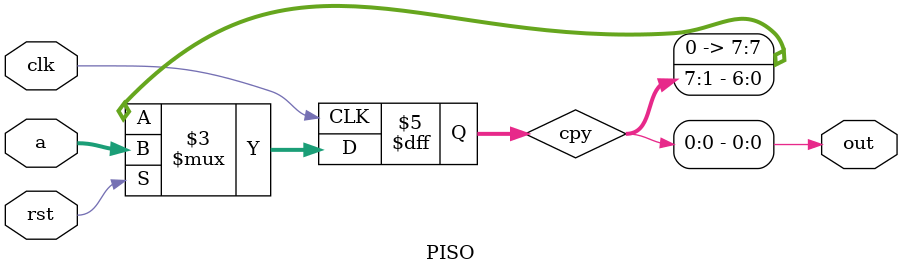
<source format=v>
`timescale 1ns / 1ps
module PISO(
	input [7:0] a,
	input clk,
	input rst,
	output wire out
    );
	reg [7:0] cpy;
	assign out = cpy[0];
	always @(posedge clk) begin
		if(rst)
			cpy <= a;
		else
			cpy <= {1'b0,cpy[7:1]};
	end

endmodule

</source>
